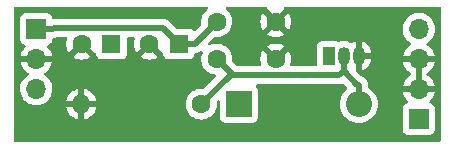
<source format=gbr>
%TF.GenerationSoftware,KiCad,Pcbnew,6.0.2+dfsg-1*%
%TF.CreationDate,2023-05-13T15:52:15+02:00*%
%TF.ProjectId,LittleJimmy,4c697474-6c65-44a6-996d-6d792e6b6963,0.1*%
%TF.SameCoordinates,Original*%
%TF.FileFunction,Copper,L1,Top*%
%TF.FilePolarity,Positive*%
%FSLAX46Y46*%
G04 Gerber Fmt 4.6, Leading zero omitted, Abs format (unit mm)*
G04 Created by KiCad (PCBNEW 6.0.2+dfsg-1) date 2023-05-13 15:52:15*
%MOMM*%
%LPD*%
G01*
G04 APERTURE LIST*
%TA.AperFunction,ComponentPad*%
%ADD10R,1.050000X1.500000*%
%TD*%
%TA.AperFunction,ComponentPad*%
%ADD11O,1.050000X1.500000*%
%TD*%
%TA.AperFunction,ComponentPad*%
%ADD12R,1.600000X1.600000*%
%TD*%
%TA.AperFunction,ComponentPad*%
%ADD13C,1.600000*%
%TD*%
%TA.AperFunction,ComponentPad*%
%ADD14R,1.700000X1.700000*%
%TD*%
%TA.AperFunction,ComponentPad*%
%ADD15O,1.700000X1.700000*%
%TD*%
%TA.AperFunction,ComponentPad*%
%ADD16R,2.200000X2.200000*%
%TD*%
%TA.AperFunction,ComponentPad*%
%ADD17O,2.200000X2.200000*%
%TD*%
%TA.AperFunction,ComponentPad*%
%ADD18O,1.600000X1.600000*%
%TD*%
%TA.AperFunction,Conductor*%
%ADD19C,0.500000*%
%TD*%
G04 APERTURE END LIST*
D10*
%TO.P,Q1,1,A*%
%TO.N,+5V*%
X76200000Y-33380000D03*
D11*
%TO.P,Q1,2,G*%
%TO.N,Net-(C4-Pad1)*%
X77470000Y-33380000D03*
%TO.P,Q1,3,K*%
%TO.N,GND*%
X78740000Y-33380000D03*
%TD*%
D12*
%TO.P,C1,1*%
%TO.N,VCC*%
X57785000Y-32385000D03*
D13*
%TO.P,C1,2*%
%TO.N,GND*%
X55285000Y-32385000D03*
%TD*%
%TO.P,C3,1*%
%TO.N,+5V*%
X66715000Y-30480000D03*
%TO.P,C3,2*%
%TO.N,GND*%
X71715000Y-30480000D03*
%TD*%
D14*
%TO.P,J1,1,Pin_1*%
%TO.N,+5V*%
X51435000Y-31115000D03*
D15*
%TO.P,J1,2,Pin_2*%
%TO.N,GND*%
X51435000Y-33655000D03*
%TO.P,J1,3,Pin_3*%
%TO.N,VCC*%
X51435000Y-36195000D03*
%TD*%
D13*
%TO.P,C4,1*%
%TO.N,Net-(C4-Pad1)*%
X66715000Y-33655000D03*
%TO.P,C4,2*%
%TO.N,GND*%
X71715000Y-33655000D03*
%TD*%
D16*
%TO.P,D1,1,K*%
%TO.N,+5V*%
X68580000Y-37465000D03*
D17*
%TO.P,D1,2,A*%
%TO.N,Net-(C4-Pad1)*%
X78740000Y-37465000D03*
%TD*%
D13*
%TO.P,R1,1*%
%TO.N,Net-(C4-Pad1)*%
X65405000Y-37465000D03*
D18*
%TO.P,R1,2*%
%TO.N,GND*%
X55245000Y-37465000D03*
%TD*%
D12*
%TO.P,C2,1*%
%TO.N,+5V*%
X63500000Y-32385000D03*
D13*
%TO.P,C2,2*%
%TO.N,GND*%
X61000000Y-32385000D03*
%TD*%
D14*
%TO.P,J2,1,Pin_1*%
%TO.N,+5V*%
X83820000Y-38735000D03*
D15*
%TO.P,J2,2,Pin_2*%
%TO.N,GND*%
X83820000Y-36195000D03*
%TO.P,J2,3,Pin_3*%
X83820000Y-33655000D03*
%TO.P,J2,4,Pin_4*%
%TO.N,VCC*%
X83820000Y-31115000D03*
%TD*%
D19*
%TO.N,+5V*%
X62148400Y-31033400D02*
X63500000Y-32385000D01*
X64850100Y-32344900D02*
X66715000Y-30480000D01*
X51435000Y-31115000D02*
X52835100Y-31115000D01*
X63500000Y-32385000D02*
X64850100Y-32385000D01*
X52835100Y-31115000D02*
X52916700Y-31033400D01*
X64850100Y-32385000D02*
X64850100Y-32344900D01*
X52916700Y-31033400D02*
X62148400Y-31033400D01*
%TO.N,Net-(C4-Pad1)*%
X67965000Y-34905000D02*
X65405000Y-37465000D01*
X67965000Y-34905000D02*
X68105300Y-35045300D01*
X68105300Y-35045300D02*
X77104800Y-35045300D01*
X66715000Y-33655000D02*
X67965000Y-34905000D01*
X77104800Y-35045300D02*
X77470000Y-34680100D01*
X78604800Y-35814900D02*
X77470000Y-34680100D01*
X78740000Y-37465000D02*
X78740000Y-35814900D01*
X77470000Y-33380000D02*
X77470000Y-34680100D01*
X78740000Y-35814900D02*
X78604800Y-35814900D01*
%TD*%
%TA.AperFunction,Conductor*%
%TO.N,GND*%
G36*
X65915948Y-29230002D02*
G01*
X65962441Y-29283658D01*
X65972545Y-29353932D01*
X65943051Y-29418512D01*
X65920098Y-29439213D01*
X65875211Y-29470643D01*
X65875208Y-29470645D01*
X65870700Y-29473802D01*
X65708802Y-29635700D01*
X65577477Y-29823251D01*
X65575154Y-29828233D01*
X65575151Y-29828238D01*
X65489878Y-30011109D01*
X65480716Y-30030757D01*
X65479294Y-30036065D01*
X65479293Y-30036067D01*
X65443416Y-30169961D01*
X65421457Y-30251913D01*
X65401502Y-30480000D01*
X65401981Y-30485475D01*
X65415755Y-30642913D01*
X65401766Y-30712518D01*
X65379329Y-30742990D01*
X64867691Y-31254628D01*
X64805379Y-31288654D01*
X64734564Y-31283589D01*
X64677771Y-31241100D01*
X64663261Y-31221739D01*
X64546705Y-31134385D01*
X64410316Y-31083255D01*
X64348134Y-31076500D01*
X63316371Y-31076500D01*
X63248250Y-31056498D01*
X63227276Y-31039595D01*
X62732170Y-30544489D01*
X62719784Y-30530077D01*
X62711251Y-30518482D01*
X62711246Y-30518477D01*
X62706908Y-30512582D01*
X62701330Y-30507843D01*
X62701327Y-30507840D01*
X62666632Y-30478365D01*
X62659116Y-30471435D01*
X62653421Y-30465740D01*
X62647280Y-30460882D01*
X62631149Y-30448119D01*
X62627745Y-30445328D01*
X62577697Y-30402809D01*
X62577695Y-30402808D01*
X62572115Y-30398067D01*
X62565599Y-30394739D01*
X62560550Y-30391372D01*
X62555421Y-30388205D01*
X62549684Y-30383666D01*
X62483525Y-30352745D01*
X62479625Y-30350839D01*
X62414592Y-30317631D01*
X62407484Y-30315892D01*
X62401841Y-30313793D01*
X62396078Y-30311876D01*
X62389450Y-30308778D01*
X62317983Y-30293913D01*
X62313699Y-30292943D01*
X62291933Y-30287617D01*
X62242790Y-30275592D01*
X62237188Y-30275244D01*
X62237185Y-30275244D01*
X62231636Y-30274900D01*
X62231638Y-30274864D01*
X62227645Y-30274625D01*
X62223453Y-30274251D01*
X62216285Y-30272760D01*
X62150075Y-30274551D01*
X62138879Y-30274854D01*
X62135472Y-30274900D01*
X52983770Y-30274900D01*
X52964820Y-30273467D01*
X52950585Y-30271301D01*
X52950581Y-30271301D01*
X52943351Y-30270201D01*
X52936058Y-30270794D01*
X52936053Y-30270794D01*
X52922786Y-30271873D01*
X52853268Y-30257458D01*
X52802580Y-30207747D01*
X52790523Y-30169961D01*
X52789425Y-30170222D01*
X52787598Y-30162540D01*
X52786745Y-30154684D01*
X52735615Y-30018295D01*
X52648261Y-29901739D01*
X52531705Y-29814385D01*
X52395316Y-29763255D01*
X52333134Y-29756500D01*
X50536866Y-29756500D01*
X50474684Y-29763255D01*
X50338295Y-29814385D01*
X50221739Y-29901739D01*
X50134385Y-30018295D01*
X50083255Y-30154684D01*
X50076500Y-30216866D01*
X50076500Y-32013134D01*
X50083255Y-32075316D01*
X50134385Y-32211705D01*
X50221739Y-32328261D01*
X50338295Y-32415615D01*
X50346704Y-32418767D01*
X50346705Y-32418768D01*
X50455960Y-32459726D01*
X50512725Y-32502367D01*
X50537425Y-32568929D01*
X50522218Y-32638278D01*
X50502825Y-32664759D01*
X50379590Y-32793717D01*
X50373104Y-32801727D01*
X50253098Y-32977649D01*
X50248000Y-32986623D01*
X50158338Y-33179783D01*
X50154775Y-33189470D01*
X50099389Y-33389183D01*
X50100912Y-33397607D01*
X50113292Y-33401000D01*
X52753344Y-33401000D01*
X52766875Y-33397027D01*
X52768180Y-33387947D01*
X52726214Y-33220875D01*
X52722894Y-33211124D01*
X52637972Y-33015814D01*
X52633105Y-33006739D01*
X52517426Y-32827926D01*
X52511136Y-32819757D01*
X52367293Y-32661677D01*
X52336241Y-32597831D01*
X52344635Y-32527333D01*
X52389812Y-32472564D01*
X52416256Y-32458895D01*
X52511896Y-32423041D01*
X52531705Y-32415615D01*
X52648261Y-32328261D01*
X52735615Y-32211705D01*
X52786745Y-32075316D01*
X52793500Y-32013134D01*
X52793500Y-31995677D01*
X52813502Y-31927556D01*
X52867158Y-31881063D01*
X52904923Y-31870524D01*
X52907655Y-31870205D01*
X52911982Y-31869778D01*
X52977439Y-31864454D01*
X52977442Y-31864453D01*
X52984737Y-31863860D01*
X52991701Y-31861604D01*
X52997660Y-31860413D01*
X53003515Y-31859029D01*
X53010781Y-31858182D01*
X53079427Y-31833265D01*
X53083555Y-31831848D01*
X53146036Y-31811607D01*
X53146038Y-31811606D01*
X53152999Y-31809351D01*
X53159256Y-31805554D01*
X53164096Y-31803338D01*
X53216550Y-31791900D01*
X53925573Y-31791900D01*
X53993694Y-31811902D01*
X54040187Y-31865558D01*
X54050291Y-31935832D01*
X54047280Y-31950511D01*
X53993375Y-32151688D01*
X53991472Y-32162481D01*
X53972483Y-32379525D01*
X53972483Y-32390475D01*
X53991472Y-32607519D01*
X53993375Y-32618312D01*
X54049764Y-32828761D01*
X54053510Y-32839053D01*
X54145586Y-33036511D01*
X54151069Y-33046006D01*
X54187509Y-33098048D01*
X54197988Y-33106424D01*
X54211434Y-33099356D01*
X55195905Y-32114885D01*
X55258217Y-32080859D01*
X55329032Y-32085924D01*
X55374095Y-32114885D01*
X56359287Y-33100077D01*
X56401029Y-33122871D01*
X56411029Y-33125047D01*
X56461227Y-33175253D01*
X56476451Y-33228814D01*
X56476500Y-33229717D01*
X56476500Y-33233134D01*
X56483255Y-33295316D01*
X56534385Y-33431705D01*
X56621739Y-33548261D01*
X56738295Y-33635615D01*
X56874684Y-33686745D01*
X56936866Y-33693500D01*
X58633134Y-33693500D01*
X58695316Y-33686745D01*
X58831705Y-33635615D01*
X58948261Y-33548261D01*
X59006119Y-33471062D01*
X60278493Y-33471062D01*
X60287789Y-33483077D01*
X60338994Y-33518931D01*
X60348489Y-33524414D01*
X60545947Y-33616490D01*
X60556239Y-33620236D01*
X60766688Y-33676625D01*
X60777481Y-33678528D01*
X60994525Y-33697517D01*
X61005475Y-33697517D01*
X61222519Y-33678528D01*
X61233312Y-33676625D01*
X61443761Y-33620236D01*
X61454053Y-33616490D01*
X61651511Y-33524414D01*
X61661006Y-33518931D01*
X61713048Y-33482491D01*
X61721424Y-33472012D01*
X61714356Y-33458566D01*
X61012812Y-32757022D01*
X60998868Y-32749408D01*
X60997035Y-32749539D01*
X60990420Y-32753790D01*
X60284923Y-33459287D01*
X60278493Y-33471062D01*
X59006119Y-33471062D01*
X59035615Y-33431705D01*
X59086745Y-33295316D01*
X59093500Y-33233134D01*
X59093500Y-31917900D01*
X59113502Y-31849779D01*
X59167158Y-31803286D01*
X59219500Y-31791900D01*
X59640573Y-31791900D01*
X59708694Y-31811902D01*
X59755187Y-31865558D01*
X59765291Y-31935832D01*
X59762280Y-31950511D01*
X59708375Y-32151688D01*
X59706472Y-32162481D01*
X59687483Y-32379525D01*
X59687483Y-32390475D01*
X59706472Y-32607519D01*
X59708375Y-32618312D01*
X59764764Y-32828761D01*
X59768510Y-32839053D01*
X59860586Y-33036511D01*
X59866069Y-33046006D01*
X59902509Y-33098048D01*
X59912988Y-33106424D01*
X59926434Y-33099356D01*
X60910905Y-32114885D01*
X60973217Y-32080859D01*
X61044032Y-32085924D01*
X61089095Y-32114885D01*
X62074287Y-33100077D01*
X62116029Y-33122871D01*
X62126029Y-33125047D01*
X62176227Y-33175253D01*
X62191451Y-33228814D01*
X62191500Y-33229717D01*
X62191500Y-33233134D01*
X62198255Y-33295316D01*
X62249385Y-33431705D01*
X62336739Y-33548261D01*
X62453295Y-33635615D01*
X62589684Y-33686745D01*
X62651866Y-33693500D01*
X64348134Y-33693500D01*
X64410316Y-33686745D01*
X64546705Y-33635615D01*
X64663261Y-33548261D01*
X64750615Y-33431705D01*
X64801745Y-33295316D01*
X64802598Y-33287464D01*
X64802599Y-33287460D01*
X64806134Y-33254913D01*
X64833375Y-33189351D01*
X64891738Y-33148924D01*
X64910055Y-33144341D01*
X64954984Y-33136621D01*
X64961710Y-33135652D01*
X64982635Y-33133212D01*
X65018511Y-33129030D01*
X65018514Y-33129029D01*
X65025781Y-33128182D01*
X65034707Y-33124942D01*
X65056358Y-33119201D01*
X65065714Y-33117594D01*
X65125096Y-33092327D01*
X65131389Y-33089848D01*
X65192037Y-33067833D01*
X65198839Y-33063374D01*
X65199978Y-33062627D01*
X65219715Y-33052067D01*
X65221723Y-33051213D01*
X65221735Y-33051206D01*
X65228464Y-33048343D01*
X65234356Y-33044007D01*
X65234361Y-33044004D01*
X65280432Y-33010100D01*
X65286028Y-33006211D01*
X65329945Y-32977417D01*
X65397880Y-32956793D01*
X65466181Y-32976172D01*
X65513162Y-33029401D01*
X65523907Y-33099580D01*
X65513226Y-33136037D01*
X65483041Y-33200770D01*
X65480716Y-33205757D01*
X65479294Y-33211065D01*
X65479293Y-33211067D01*
X65428400Y-33401000D01*
X65421457Y-33426913D01*
X65401502Y-33655000D01*
X65421457Y-33883087D01*
X65422881Y-33888400D01*
X65422881Y-33888402D01*
X65457958Y-34019308D01*
X65480716Y-34104243D01*
X65483039Y-34109224D01*
X65483039Y-34109225D01*
X65575151Y-34306762D01*
X65575154Y-34306767D01*
X65577477Y-34311749D01*
X65708802Y-34499300D01*
X65870700Y-34661198D01*
X65875208Y-34664355D01*
X65875211Y-34664357D01*
X65953389Y-34719098D01*
X66058251Y-34792523D01*
X66063233Y-34794846D01*
X66063238Y-34794849D01*
X66260775Y-34886961D01*
X66265757Y-34889284D01*
X66271065Y-34890706D01*
X66271067Y-34890707D01*
X66481598Y-34947119D01*
X66481600Y-34947119D01*
X66486913Y-34948543D01*
X66533668Y-34952633D01*
X66550485Y-34954105D01*
X66616603Y-34979969D01*
X66658243Y-35037472D01*
X66662183Y-35108360D01*
X66628598Y-35168721D01*
X65667990Y-36129329D01*
X65605678Y-36163355D01*
X65567913Y-36165755D01*
X65410475Y-36151981D01*
X65405000Y-36151502D01*
X65176913Y-36171457D01*
X65171600Y-36172881D01*
X65171598Y-36172881D01*
X64961067Y-36229293D01*
X64961065Y-36229294D01*
X64955757Y-36230716D01*
X64950776Y-36233039D01*
X64950775Y-36233039D01*
X64753238Y-36325151D01*
X64753233Y-36325154D01*
X64748251Y-36327477D01*
X64673888Y-36379547D01*
X64565211Y-36455643D01*
X64565208Y-36455645D01*
X64560700Y-36458802D01*
X64398802Y-36620700D01*
X64267477Y-36808251D01*
X64265154Y-36813233D01*
X64265151Y-36813238D01*
X64176339Y-37003699D01*
X64170716Y-37015757D01*
X64169294Y-37021065D01*
X64169293Y-37021067D01*
X64121756Y-37198478D01*
X64111457Y-37236913D01*
X64091502Y-37465000D01*
X64111457Y-37693087D01*
X64112881Y-37698400D01*
X64112881Y-37698402D01*
X64149073Y-37833469D01*
X64170716Y-37914243D01*
X64173039Y-37919224D01*
X64173039Y-37919225D01*
X64265151Y-38116762D01*
X64265154Y-38116767D01*
X64267477Y-38121749D01*
X64398802Y-38309300D01*
X64560700Y-38471198D01*
X64565208Y-38474355D01*
X64565211Y-38474357D01*
X64643389Y-38529098D01*
X64748251Y-38602523D01*
X64753233Y-38604846D01*
X64753238Y-38604849D01*
X64904357Y-38675316D01*
X64955757Y-38699284D01*
X64961065Y-38700706D01*
X64961067Y-38700707D01*
X65171598Y-38757119D01*
X65171600Y-38757119D01*
X65176913Y-38758543D01*
X65405000Y-38778498D01*
X65633087Y-38758543D01*
X65638400Y-38757119D01*
X65638402Y-38757119D01*
X65848933Y-38700707D01*
X65848935Y-38700706D01*
X65854243Y-38699284D01*
X65905643Y-38675316D01*
X66056762Y-38604849D01*
X66056767Y-38604846D01*
X66061749Y-38602523D01*
X66166611Y-38529098D01*
X66244789Y-38474357D01*
X66244792Y-38474355D01*
X66249300Y-38471198D01*
X66411198Y-38309300D01*
X66542523Y-38121749D01*
X66544846Y-38116767D01*
X66544849Y-38116762D01*
X66636961Y-37919225D01*
X66636961Y-37919224D01*
X66639284Y-37914243D01*
X66660928Y-37833469D01*
X66697119Y-37698402D01*
X66697119Y-37698400D01*
X66698543Y-37693087D01*
X66718498Y-37465000D01*
X66715102Y-37426181D01*
X66704245Y-37302087D01*
X66718234Y-37232482D01*
X66740671Y-37202010D01*
X66756405Y-37186276D01*
X66818717Y-37152250D01*
X66889532Y-37157315D01*
X66946368Y-37199862D01*
X66971179Y-37266382D01*
X66971500Y-37275371D01*
X66971500Y-38613134D01*
X66978255Y-38675316D01*
X67029385Y-38811705D01*
X67116739Y-38928261D01*
X67233295Y-39015615D01*
X67369684Y-39066745D01*
X67431866Y-39073500D01*
X69728134Y-39073500D01*
X69790316Y-39066745D01*
X69926705Y-39015615D01*
X70043261Y-38928261D01*
X70130615Y-38811705D01*
X70181745Y-38675316D01*
X70188500Y-38613134D01*
X70188500Y-36316866D01*
X70181745Y-36254684D01*
X70130615Y-36118295D01*
X70125229Y-36111108D01*
X70045979Y-36005365D01*
X70021131Y-35938858D01*
X70036184Y-35869476D01*
X70086358Y-35819246D01*
X70146805Y-35803800D01*
X77037730Y-35803800D01*
X77056680Y-35805233D01*
X77070915Y-35807399D01*
X77070919Y-35807399D01*
X77078149Y-35808499D01*
X77085441Y-35807906D01*
X77085444Y-35807906D01*
X77130818Y-35804215D01*
X77141033Y-35803800D01*
X77149093Y-35803800D01*
X77162383Y-35802251D01*
X77177307Y-35800511D01*
X77181682Y-35800078D01*
X77247139Y-35794754D01*
X77247142Y-35794753D01*
X77254437Y-35794160D01*
X77261401Y-35791904D01*
X77267360Y-35790713D01*
X77273215Y-35789329D01*
X77280481Y-35788482D01*
X77349127Y-35763565D01*
X77353259Y-35762147D01*
X77375132Y-35755062D01*
X77446101Y-35753099D01*
X77503054Y-35785835D01*
X77741230Y-36024011D01*
X77775256Y-36086323D01*
X77770191Y-36157138D01*
X77733966Y-36208916D01*
X77599102Y-36324102D01*
X77434672Y-36516624D01*
X77302384Y-36732498D01*
X77300491Y-36737068D01*
X77300489Y-36737072D01*
X77207389Y-36961836D01*
X77205495Y-36966409D01*
X77193648Y-37015757D01*
X77147591Y-37207599D01*
X77146391Y-37212597D01*
X77126526Y-37465000D01*
X77146391Y-37717403D01*
X77147545Y-37722210D01*
X77147546Y-37722216D01*
X77160143Y-37774684D01*
X77205495Y-37963591D01*
X77302384Y-38197502D01*
X77434672Y-38413376D01*
X77599102Y-38605898D01*
X77791624Y-38770328D01*
X78007498Y-38902616D01*
X78012068Y-38904509D01*
X78012072Y-38904511D01*
X78082401Y-38933642D01*
X78241409Y-38999505D01*
X78308513Y-39015615D01*
X78482784Y-39057454D01*
X78482790Y-39057455D01*
X78487597Y-39058609D01*
X78740000Y-39078474D01*
X78992403Y-39058609D01*
X78997210Y-39057455D01*
X78997216Y-39057454D01*
X79171487Y-39015615D01*
X79238591Y-38999505D01*
X79397599Y-38933642D01*
X79467928Y-38904511D01*
X79467932Y-38904509D01*
X79472502Y-38902616D01*
X79688376Y-38770328D01*
X79880898Y-38605898D01*
X80045328Y-38413376D01*
X80177616Y-38197502D01*
X80274505Y-37963591D01*
X80319857Y-37774684D01*
X80332454Y-37722216D01*
X80332455Y-37722210D01*
X80333609Y-37717403D01*
X80353474Y-37465000D01*
X80333609Y-37212597D01*
X80332410Y-37207599D01*
X80286352Y-37015757D01*
X80274505Y-36966409D01*
X80272611Y-36961836D01*
X80179511Y-36737072D01*
X80179509Y-36737068D01*
X80177616Y-36732498D01*
X80045328Y-36516624D01*
X79880898Y-36324102D01*
X79688376Y-36159672D01*
X79558665Y-36080185D01*
X79511034Y-36027537D01*
X79498500Y-35972752D01*
X79498500Y-35929183D01*
X82484389Y-35929183D01*
X82485912Y-35937607D01*
X82498292Y-35941000D01*
X83547885Y-35941000D01*
X83563124Y-35936525D01*
X83564329Y-35935135D01*
X83566000Y-35927452D01*
X83566000Y-35922885D01*
X84074000Y-35922885D01*
X84078475Y-35938124D01*
X84079865Y-35939329D01*
X84087548Y-35941000D01*
X85138344Y-35941000D01*
X85151875Y-35937027D01*
X85153180Y-35927947D01*
X85111214Y-35760875D01*
X85107894Y-35751124D01*
X85022972Y-35555814D01*
X85018105Y-35546739D01*
X84902426Y-35367926D01*
X84896136Y-35359757D01*
X84752806Y-35202240D01*
X84745273Y-35195215D01*
X84578139Y-35063222D01*
X84569552Y-35057517D01*
X84532116Y-35036851D01*
X84482146Y-34986419D01*
X84467374Y-34916976D01*
X84492490Y-34850571D01*
X84519842Y-34823964D01*
X84695327Y-34698792D01*
X84703200Y-34692139D01*
X84854052Y-34541812D01*
X84860730Y-34533965D01*
X84985003Y-34361020D01*
X84990313Y-34352183D01*
X85084670Y-34161267D01*
X85088469Y-34151672D01*
X85150377Y-33947910D01*
X85152555Y-33937837D01*
X85153986Y-33926962D01*
X85151775Y-33912778D01*
X85138617Y-33909000D01*
X84092115Y-33909000D01*
X84076876Y-33913475D01*
X84075671Y-33914865D01*
X84074000Y-33922548D01*
X84074000Y-35922885D01*
X83566000Y-35922885D01*
X83566000Y-33927115D01*
X83561525Y-33911876D01*
X83560135Y-33910671D01*
X83552452Y-33909000D01*
X82503225Y-33909000D01*
X82489694Y-33912973D01*
X82488257Y-33922966D01*
X82518565Y-34057446D01*
X82521645Y-34067275D01*
X82601770Y-34264603D01*
X82606413Y-34273794D01*
X82717694Y-34455388D01*
X82723777Y-34463699D01*
X82863213Y-34624667D01*
X82870580Y-34631883D01*
X83034434Y-34767916D01*
X83042881Y-34773831D01*
X83112479Y-34814501D01*
X83161203Y-34866140D01*
X83174274Y-34935923D01*
X83147543Y-35001694D01*
X83107087Y-35035053D01*
X83098462Y-35039542D01*
X83089738Y-35045036D01*
X82919433Y-35172905D01*
X82911726Y-35179748D01*
X82764590Y-35333717D01*
X82758104Y-35341727D01*
X82638098Y-35517649D01*
X82633000Y-35526623D01*
X82543338Y-35719783D01*
X82539775Y-35729470D01*
X82484389Y-35929183D01*
X79498500Y-35929183D01*
X79498500Y-35842735D01*
X79498742Y-35834933D01*
X79500450Y-35807399D01*
X79502547Y-35773602D01*
X79491620Y-35710011D01*
X79490651Y-35703282D01*
X79484030Y-35646489D01*
X79484029Y-35646486D01*
X79483182Y-35639219D01*
X79479942Y-35630293D01*
X79474201Y-35608642D01*
X79472594Y-35599286D01*
X79447327Y-35539904D01*
X79444848Y-35533611D01*
X79422833Y-35472963D01*
X79417627Y-35465022D01*
X79407067Y-35445285D01*
X79406213Y-35443277D01*
X79406206Y-35443265D01*
X79403343Y-35436536D01*
X79399007Y-35430644D01*
X79399004Y-35430639D01*
X79365100Y-35384568D01*
X79361210Y-35378972D01*
X79336791Y-35341727D01*
X79325856Y-35325048D01*
X79318961Y-35318516D01*
X79304139Y-35301734D01*
X79298508Y-35294082D01*
X79292935Y-35289347D01*
X79292928Y-35289340D01*
X79249351Y-35252319D01*
X79244277Y-35247767D01*
X79202766Y-35208443D01*
X79202765Y-35208442D01*
X79197453Y-35203410D01*
X79191126Y-35199735D01*
X79191117Y-35199728D01*
X79189232Y-35198633D01*
X79170953Y-35185715D01*
X79169294Y-35184306D01*
X79169291Y-35184304D01*
X79163715Y-35179567D01*
X79157201Y-35176241D01*
X79157197Y-35176238D01*
X79106264Y-35150230D01*
X79100281Y-35146968D01*
X79050841Y-35118251D01*
X79050839Y-35118250D01*
X79044510Y-35114574D01*
X79037506Y-35112453D01*
X79037502Y-35112451D01*
X79035425Y-35111822D01*
X79014649Y-35103449D01*
X79006192Y-35099131D01*
X78981528Y-35093096D01*
X78922383Y-35059802D01*
X78522905Y-34660324D01*
X78488879Y-34598012D01*
X78487909Y-34588986D01*
X78994000Y-34588986D01*
X78997973Y-34602517D01*
X79005768Y-34603637D01*
X79122932Y-34569154D01*
X79134300Y-34564561D01*
X79302911Y-34476414D01*
X79313173Y-34469698D01*
X79461443Y-34350485D01*
X79470213Y-34341897D01*
X79592499Y-34196162D01*
X79599437Y-34186031D01*
X79691094Y-34019308D01*
X79695924Y-34008038D01*
X79753452Y-33826685D01*
X79756002Y-33814691D01*
X79772607Y-33666650D01*
X79773000Y-33659626D01*
X79773000Y-33652115D01*
X79768525Y-33636876D01*
X79767135Y-33635671D01*
X79759452Y-33634000D01*
X79012115Y-33634000D01*
X78996876Y-33638475D01*
X78995671Y-33639865D01*
X78994000Y-33647548D01*
X78994000Y-34588986D01*
X78487909Y-34588986D01*
X78486000Y-34571229D01*
X78486000Y-33826242D01*
X78486785Y-33812197D01*
X78503500Y-33663183D01*
X78503500Y-33107885D01*
X78994000Y-33107885D01*
X78998475Y-33123124D01*
X78999865Y-33124329D01*
X79007548Y-33126000D01*
X79754885Y-33126000D01*
X79770124Y-33121525D01*
X79771329Y-33120135D01*
X79773000Y-33112452D01*
X79773000Y-33107110D01*
X79772700Y-33100965D01*
X79758830Y-32959519D01*
X79756447Y-32947481D01*
X79701458Y-32765349D01*
X79696783Y-32754007D01*
X79607465Y-32586023D01*
X79600678Y-32575807D01*
X79480428Y-32428366D01*
X79471784Y-32419662D01*
X79325191Y-32298390D01*
X79315020Y-32291530D01*
X79147658Y-32201038D01*
X79136353Y-32196286D01*
X79011308Y-32157578D01*
X78997205Y-32157372D01*
X78994000Y-32164127D01*
X78994000Y-33107885D01*
X78503500Y-33107885D01*
X78503500Y-33103996D01*
X78488723Y-32953287D01*
X78488032Y-32950998D01*
X78486000Y-32930276D01*
X78486000Y-32171014D01*
X78482027Y-32157483D01*
X78474232Y-32156363D01*
X78357068Y-32190846D01*
X78345700Y-32195439D01*
X78177093Y-32283584D01*
X78174017Y-32285597D01*
X78172178Y-32286154D01*
X78171630Y-32286440D01*
X78171576Y-32286336D01*
X78106064Y-32306161D01*
X78045094Y-32291001D01*
X78013502Y-32273919D01*
X77872435Y-32197644D01*
X77739078Y-32156363D01*
X77684707Y-32139532D01*
X77684704Y-32139531D01*
X77678820Y-32137710D01*
X77672695Y-32137066D01*
X77672694Y-32137066D01*
X77483378Y-32117168D01*
X77483377Y-32117168D01*
X77477250Y-32116524D01*
X77393986Y-32124102D01*
X77281543Y-32134335D01*
X77281540Y-32134336D01*
X77275404Y-32134894D01*
X77269498Y-32136632D01*
X77269494Y-32136633D01*
X77086879Y-32190380D01*
X77086877Y-32190381D01*
X77085493Y-32190788D01*
X77080971Y-32192119D01*
X77080718Y-32191260D01*
X77015338Y-32197714D01*
X76978594Y-32184548D01*
X76971705Y-32179385D01*
X76963304Y-32176236D01*
X76963301Y-32176234D01*
X76851534Y-32134335D01*
X76835316Y-32128255D01*
X76773134Y-32121500D01*
X75626866Y-32121500D01*
X75564684Y-32128255D01*
X75428295Y-32179385D01*
X75311739Y-32266739D01*
X75224385Y-32383295D01*
X75173255Y-32519684D01*
X75166500Y-32581866D01*
X75166500Y-34160800D01*
X75146498Y-34228921D01*
X75092842Y-34275414D01*
X75040500Y-34286800D01*
X73061386Y-34286800D01*
X72993265Y-34266798D01*
X72946772Y-34213142D01*
X72936668Y-34142868D01*
X72945143Y-34114421D01*
X72944607Y-34114226D01*
X72950236Y-34098761D01*
X73006625Y-33888312D01*
X73008528Y-33877519D01*
X73027517Y-33660475D01*
X73027517Y-33649525D01*
X73008528Y-33432481D01*
X73006625Y-33421688D01*
X72950236Y-33211239D01*
X72946490Y-33200947D01*
X72854414Y-33003489D01*
X72848931Y-32993994D01*
X72812491Y-32941952D01*
X72802012Y-32933576D01*
X72788566Y-32940644D01*
X71804095Y-33925115D01*
X71741783Y-33959141D01*
X71670968Y-33954076D01*
X71625905Y-33925115D01*
X70640713Y-32939923D01*
X70628938Y-32933493D01*
X70616923Y-32942789D01*
X70581069Y-32993994D01*
X70575586Y-33003489D01*
X70483510Y-33200947D01*
X70479764Y-33211239D01*
X70423375Y-33421688D01*
X70421472Y-33432481D01*
X70402483Y-33649525D01*
X70402483Y-33660475D01*
X70421472Y-33877519D01*
X70423375Y-33888312D01*
X70479764Y-34098761D01*
X70485393Y-34114226D01*
X70483907Y-34114767D01*
X70493469Y-34177750D01*
X70464485Y-34242561D01*
X70405062Y-34281413D01*
X70368614Y-34286800D01*
X68471671Y-34286800D01*
X68403550Y-34266798D01*
X68382576Y-34249895D01*
X68050671Y-33917990D01*
X68016645Y-33855678D01*
X68014245Y-33817913D01*
X68028019Y-33660475D01*
X68028498Y-33655000D01*
X68008543Y-33426913D01*
X68001600Y-33401000D01*
X67950707Y-33211067D01*
X67950706Y-33211065D01*
X67949284Y-33205757D01*
X67922783Y-33148924D01*
X67854849Y-33003238D01*
X67854846Y-33003233D01*
X67852523Y-32998251D01*
X67741051Y-32839053D01*
X67724357Y-32815211D01*
X67724355Y-32815208D01*
X67721198Y-32810700D01*
X67559300Y-32648802D01*
X67554792Y-32645645D01*
X67554789Y-32645643D01*
X67458854Y-32578469D01*
X67443886Y-32567988D01*
X70993576Y-32567988D01*
X71000644Y-32581434D01*
X71702188Y-33282978D01*
X71716132Y-33290592D01*
X71717965Y-33290461D01*
X71724580Y-33286210D01*
X72430077Y-32580713D01*
X72436507Y-32568938D01*
X72427211Y-32556923D01*
X72376006Y-32521069D01*
X72366511Y-32515586D01*
X72169053Y-32423510D01*
X72158761Y-32419764D01*
X71948312Y-32363375D01*
X71937519Y-32361472D01*
X71720475Y-32342483D01*
X71709525Y-32342483D01*
X71492481Y-32361472D01*
X71481688Y-32363375D01*
X71271239Y-32419764D01*
X71260947Y-32423510D01*
X71063489Y-32515586D01*
X71053994Y-32521069D01*
X71001952Y-32557509D01*
X70993576Y-32567988D01*
X67443886Y-32567988D01*
X67371749Y-32517477D01*
X67366767Y-32515154D01*
X67366762Y-32515151D01*
X67169225Y-32423039D01*
X67169224Y-32423039D01*
X67164243Y-32420716D01*
X67158935Y-32419294D01*
X67158933Y-32419293D01*
X66948402Y-32362881D01*
X66948400Y-32362881D01*
X66943087Y-32361457D01*
X66715000Y-32341502D01*
X66486913Y-32361457D01*
X66481600Y-32362881D01*
X66481598Y-32362881D01*
X66271067Y-32419293D01*
X66271065Y-32419294D01*
X66265757Y-32420716D01*
X66260775Y-32423039D01*
X66260770Y-32423041D01*
X66128680Y-32484635D01*
X66058489Y-32495296D01*
X65993676Y-32466316D01*
X65954820Y-32406896D01*
X65954257Y-32335901D01*
X65986336Y-32281345D01*
X66452010Y-31815671D01*
X66514322Y-31781645D01*
X66552087Y-31779245D01*
X66709525Y-31793019D01*
X66715000Y-31793498D01*
X66943087Y-31773543D01*
X66948400Y-31772119D01*
X66948402Y-31772119D01*
X67158933Y-31715707D01*
X67158935Y-31715706D01*
X67164243Y-31714284D01*
X67170235Y-31711490D01*
X67366762Y-31619849D01*
X67366767Y-31619846D01*
X67371749Y-31617523D01*
X67445243Y-31566062D01*
X70993493Y-31566062D01*
X71002789Y-31578077D01*
X71053994Y-31613931D01*
X71063489Y-31619414D01*
X71260947Y-31711490D01*
X71271239Y-31715236D01*
X71481688Y-31771625D01*
X71492481Y-31773528D01*
X71709525Y-31792517D01*
X71720475Y-31792517D01*
X71937519Y-31773528D01*
X71948312Y-31771625D01*
X72158761Y-31715236D01*
X72169053Y-31711490D01*
X72366511Y-31619414D01*
X72376006Y-31613931D01*
X72428048Y-31577491D01*
X72436424Y-31567012D01*
X72429356Y-31553566D01*
X71727812Y-30852022D01*
X71713868Y-30844408D01*
X71712035Y-30844539D01*
X71705420Y-30848790D01*
X70999923Y-31554287D01*
X70993493Y-31566062D01*
X67445243Y-31566062D01*
X67514459Y-31517596D01*
X67554789Y-31489357D01*
X67554792Y-31489355D01*
X67559300Y-31486198D01*
X67721198Y-31324300D01*
X67738531Y-31299547D01*
X67813688Y-31192211D01*
X67852523Y-31136749D01*
X67854846Y-31131767D01*
X67854849Y-31131762D01*
X67946961Y-30934225D01*
X67946961Y-30934224D01*
X67949284Y-30929243D01*
X67960512Y-30887342D01*
X68007119Y-30713402D01*
X68007119Y-30713400D01*
X68008543Y-30708087D01*
X68028019Y-30485475D01*
X70402483Y-30485475D01*
X70421472Y-30702519D01*
X70423375Y-30713312D01*
X70479764Y-30923761D01*
X70483510Y-30934053D01*
X70575586Y-31131511D01*
X70581069Y-31141006D01*
X70617509Y-31193048D01*
X70627988Y-31201424D01*
X70641434Y-31194356D01*
X71342978Y-30492812D01*
X71349356Y-30481132D01*
X72079408Y-30481132D01*
X72079539Y-30482965D01*
X72083790Y-30489580D01*
X72789287Y-31195077D01*
X72801062Y-31201507D01*
X72813077Y-31192211D01*
X72848931Y-31141006D01*
X72854414Y-31131511D01*
X72877644Y-31081695D01*
X82457251Y-31081695D01*
X82457548Y-31086848D01*
X82457548Y-31086851D01*
X82466442Y-31241099D01*
X82470110Y-31304715D01*
X82471247Y-31309761D01*
X82471248Y-31309767D01*
X82483154Y-31362595D01*
X82519222Y-31522639D01*
X82603266Y-31729616D01*
X82633679Y-31779245D01*
X82696073Y-31881063D01*
X82719987Y-31920088D01*
X82866250Y-32088938D01*
X83038126Y-32231632D01*
X83088996Y-32261358D01*
X83111955Y-32274774D01*
X83160679Y-32326412D01*
X83173750Y-32396195D01*
X83147019Y-32461967D01*
X83106562Y-32495327D01*
X83098457Y-32499546D01*
X83089738Y-32505036D01*
X82919433Y-32632905D01*
X82911726Y-32639748D01*
X82764590Y-32793717D01*
X82758104Y-32801727D01*
X82638098Y-32977649D01*
X82633000Y-32986623D01*
X82543338Y-33179783D01*
X82539775Y-33189470D01*
X82484389Y-33389183D01*
X82485912Y-33397607D01*
X82498292Y-33401000D01*
X85138344Y-33401000D01*
X85151875Y-33397027D01*
X85153180Y-33387947D01*
X85111214Y-33220875D01*
X85107894Y-33211124D01*
X85022972Y-33015814D01*
X85018105Y-33006739D01*
X84902426Y-32827926D01*
X84896136Y-32819757D01*
X84752806Y-32662240D01*
X84745273Y-32655215D01*
X84578139Y-32523222D01*
X84569556Y-32517520D01*
X84532602Y-32497120D01*
X84482631Y-32446687D01*
X84467859Y-32377245D01*
X84492975Y-32310839D01*
X84520327Y-32284232D01*
X84552395Y-32261358D01*
X84699860Y-32156173D01*
X84706877Y-32149181D01*
X84843400Y-32013134D01*
X84858096Y-31998489D01*
X84892572Y-31950511D01*
X84985435Y-31821277D01*
X84988453Y-31817077D01*
X84991157Y-31811607D01*
X85085136Y-31621453D01*
X85085137Y-31621451D01*
X85087430Y-31616811D01*
X85152370Y-31403069D01*
X85181529Y-31181590D01*
X85181611Y-31178240D01*
X85183074Y-31118365D01*
X85183074Y-31118361D01*
X85183156Y-31115000D01*
X85164852Y-30892361D01*
X85110431Y-30675702D01*
X85021354Y-30470840D01*
X84919756Y-30313793D01*
X84902822Y-30287617D01*
X84902820Y-30287614D01*
X84900014Y-30283277D01*
X84749670Y-30118051D01*
X84745619Y-30114852D01*
X84745615Y-30114848D01*
X84578414Y-29982800D01*
X84578410Y-29982798D01*
X84574359Y-29979598D01*
X84378789Y-29871638D01*
X84373920Y-29869914D01*
X84373916Y-29869912D01*
X84173087Y-29798795D01*
X84173083Y-29798794D01*
X84168212Y-29797069D01*
X84163119Y-29796162D01*
X84163116Y-29796161D01*
X83953373Y-29758800D01*
X83953367Y-29758799D01*
X83948284Y-29757894D01*
X83874452Y-29756992D01*
X83730081Y-29755228D01*
X83730079Y-29755228D01*
X83724911Y-29755165D01*
X83504091Y-29788955D01*
X83291756Y-29858357D01*
X83093607Y-29961507D01*
X83089474Y-29964610D01*
X83089471Y-29964612D01*
X82994302Y-30036067D01*
X82914965Y-30095635D01*
X82760629Y-30257138D01*
X82757715Y-30261410D01*
X82757714Y-30261411D01*
X82695393Y-30352771D01*
X82634743Y-30441680D01*
X82540688Y-30644305D01*
X82480989Y-30859570D01*
X82457251Y-31081695D01*
X72877644Y-31081695D01*
X72946490Y-30934053D01*
X72950236Y-30923761D01*
X73006625Y-30713312D01*
X73008528Y-30702519D01*
X73027517Y-30485475D01*
X73027517Y-30474525D01*
X73008528Y-30257481D01*
X73006625Y-30246688D01*
X72950236Y-30036239D01*
X72946490Y-30025947D01*
X72854414Y-29828489D01*
X72848931Y-29818994D01*
X72812491Y-29766952D01*
X72802012Y-29758576D01*
X72788566Y-29765644D01*
X72087022Y-30467188D01*
X72079408Y-30481132D01*
X71349356Y-30481132D01*
X71350592Y-30478868D01*
X71350461Y-30477035D01*
X71346210Y-30470420D01*
X70640713Y-29764923D01*
X70628938Y-29758493D01*
X70616923Y-29767789D01*
X70581069Y-29818994D01*
X70575586Y-29828489D01*
X70483510Y-30025947D01*
X70479764Y-30036239D01*
X70423375Y-30246688D01*
X70421472Y-30257481D01*
X70402483Y-30474525D01*
X70402483Y-30485475D01*
X68028019Y-30485475D01*
X68028498Y-30480000D01*
X68008543Y-30251913D01*
X67986584Y-30169961D01*
X67950707Y-30036067D01*
X67950706Y-30036065D01*
X67949284Y-30030757D01*
X67940122Y-30011109D01*
X67854849Y-29828238D01*
X67854846Y-29828233D01*
X67852523Y-29823251D01*
X67721198Y-29635700D01*
X67559300Y-29473802D01*
X67554792Y-29470645D01*
X67554789Y-29470643D01*
X67509902Y-29439213D01*
X67465574Y-29383756D01*
X67458265Y-29313136D01*
X67490296Y-29249776D01*
X67551497Y-29213791D01*
X67582173Y-29210000D01*
X70877822Y-29210000D01*
X70945943Y-29230002D01*
X70992436Y-29283658D01*
X71002540Y-29353932D01*
X70994308Y-29372947D01*
X70992455Y-29390854D01*
X71000644Y-29406434D01*
X71702188Y-30107978D01*
X71716132Y-30115592D01*
X71717965Y-30115461D01*
X71724580Y-30111210D01*
X72430077Y-29405713D01*
X72437691Y-29391769D01*
X72436506Y-29375200D01*
X72425468Y-29346981D01*
X72439458Y-29277376D01*
X72488857Y-29226384D01*
X72550989Y-29210000D01*
X85599000Y-29210000D01*
X85667121Y-29230002D01*
X85713614Y-29283658D01*
X85725000Y-29336000D01*
X85725000Y-40514000D01*
X85704998Y-40582121D01*
X85651342Y-40628614D01*
X85599000Y-40640000D01*
X49656000Y-40640000D01*
X49587879Y-40619998D01*
X49541386Y-40566342D01*
X49530000Y-40514000D01*
X49530000Y-39633134D01*
X82461500Y-39633134D01*
X82468255Y-39695316D01*
X82519385Y-39831705D01*
X82606739Y-39948261D01*
X82723295Y-40035615D01*
X82859684Y-40086745D01*
X82921866Y-40093500D01*
X84718134Y-40093500D01*
X84780316Y-40086745D01*
X84916705Y-40035615D01*
X85033261Y-39948261D01*
X85120615Y-39831705D01*
X85171745Y-39695316D01*
X85178500Y-39633134D01*
X85178500Y-37836866D01*
X85171745Y-37774684D01*
X85120615Y-37638295D01*
X85033261Y-37521739D01*
X84916705Y-37434385D01*
X84797687Y-37389767D01*
X84740923Y-37347125D01*
X84716223Y-37280564D01*
X84731430Y-37211215D01*
X84752977Y-37182535D01*
X84854052Y-37081812D01*
X84860730Y-37073965D01*
X84985003Y-36901020D01*
X84990313Y-36892183D01*
X85084670Y-36701267D01*
X85088469Y-36691672D01*
X85150377Y-36487910D01*
X85152555Y-36477837D01*
X85153986Y-36466962D01*
X85151775Y-36452778D01*
X85138617Y-36449000D01*
X82503225Y-36449000D01*
X82489694Y-36452973D01*
X82488257Y-36462966D01*
X82518565Y-36597446D01*
X82521645Y-36607275D01*
X82601770Y-36804603D01*
X82606413Y-36813794D01*
X82717694Y-36995388D01*
X82723777Y-37003699D01*
X82863213Y-37164667D01*
X82870577Y-37171879D01*
X82875522Y-37175985D01*
X82915156Y-37234889D01*
X82916653Y-37305870D01*
X82879537Y-37366392D01*
X82839264Y-37390910D01*
X82731705Y-37431232D01*
X82731704Y-37431233D01*
X82723295Y-37434385D01*
X82606739Y-37521739D01*
X82519385Y-37638295D01*
X82468255Y-37774684D01*
X82461500Y-37836866D01*
X82461500Y-39633134D01*
X49530000Y-39633134D01*
X49530000Y-37731522D01*
X53962273Y-37731522D01*
X54009764Y-37908761D01*
X54013510Y-37919053D01*
X54105586Y-38116511D01*
X54111069Y-38126007D01*
X54236028Y-38304467D01*
X54243084Y-38312875D01*
X54397125Y-38466916D01*
X54405533Y-38473972D01*
X54583993Y-38598931D01*
X54593489Y-38604414D01*
X54790947Y-38696490D01*
X54801239Y-38700236D01*
X54973503Y-38746394D01*
X54987599Y-38746058D01*
X54991000Y-38738116D01*
X54991000Y-38732967D01*
X55499000Y-38732967D01*
X55502973Y-38746498D01*
X55511522Y-38747727D01*
X55688761Y-38700236D01*
X55699053Y-38696490D01*
X55896511Y-38604414D01*
X55906007Y-38598931D01*
X56084467Y-38473972D01*
X56092875Y-38466916D01*
X56246916Y-38312875D01*
X56253972Y-38304467D01*
X56378931Y-38126007D01*
X56384414Y-38116511D01*
X56476490Y-37919053D01*
X56480236Y-37908761D01*
X56526394Y-37736497D01*
X56526058Y-37722401D01*
X56518116Y-37719000D01*
X55517115Y-37719000D01*
X55501876Y-37723475D01*
X55500671Y-37724865D01*
X55499000Y-37732548D01*
X55499000Y-38732967D01*
X54991000Y-38732967D01*
X54991000Y-37737115D01*
X54986525Y-37721876D01*
X54985135Y-37720671D01*
X54977452Y-37719000D01*
X53977033Y-37719000D01*
X53963502Y-37722973D01*
X53962273Y-37731522D01*
X49530000Y-37731522D01*
X49530000Y-36161695D01*
X50072251Y-36161695D01*
X50072548Y-36166848D01*
X50072548Y-36166851D01*
X50078202Y-36264908D01*
X50085110Y-36384715D01*
X50086247Y-36389761D01*
X50086248Y-36389767D01*
X50101181Y-36456028D01*
X50134222Y-36602639D01*
X50218266Y-36809616D01*
X50220965Y-36814020D01*
X50314349Y-36966409D01*
X50334987Y-37000088D01*
X50481250Y-37168938D01*
X50653126Y-37311632D01*
X50846000Y-37424338D01*
X50850825Y-37426180D01*
X50850826Y-37426181D01*
X50864056Y-37431233D01*
X51054692Y-37504030D01*
X51059760Y-37505061D01*
X51059763Y-37505062D01*
X51141734Y-37521739D01*
X51273597Y-37548567D01*
X51278772Y-37548757D01*
X51278774Y-37548757D01*
X51491673Y-37556564D01*
X51491677Y-37556564D01*
X51496837Y-37556753D01*
X51501957Y-37556097D01*
X51501959Y-37556097D01*
X51713288Y-37529025D01*
X51713289Y-37529025D01*
X51718416Y-37528368D01*
X51723366Y-37526883D01*
X51927429Y-37465661D01*
X51927434Y-37465659D01*
X51932384Y-37464174D01*
X52132994Y-37365896D01*
X52314860Y-37236173D01*
X52339906Y-37211215D01*
X52357680Y-37193503D01*
X53963606Y-37193503D01*
X53963942Y-37207599D01*
X53971884Y-37211000D01*
X54972885Y-37211000D01*
X54988124Y-37206525D01*
X54989329Y-37205135D01*
X54991000Y-37197452D01*
X54991000Y-37192885D01*
X55499000Y-37192885D01*
X55503475Y-37208124D01*
X55504865Y-37209329D01*
X55512548Y-37211000D01*
X56512967Y-37211000D01*
X56526498Y-37207027D01*
X56527727Y-37198478D01*
X56480236Y-37021239D01*
X56476490Y-37010947D01*
X56384414Y-36813489D01*
X56378931Y-36803993D01*
X56253972Y-36625533D01*
X56246916Y-36617125D01*
X56092875Y-36463084D01*
X56084467Y-36456028D01*
X55906007Y-36331069D01*
X55896511Y-36325586D01*
X55699053Y-36233510D01*
X55688761Y-36229764D01*
X55516497Y-36183606D01*
X55502401Y-36183942D01*
X55499000Y-36191884D01*
X55499000Y-37192885D01*
X54991000Y-37192885D01*
X54991000Y-36197033D01*
X54987027Y-36183502D01*
X54978478Y-36182273D01*
X54801239Y-36229764D01*
X54790947Y-36233510D01*
X54593489Y-36325586D01*
X54583993Y-36331069D01*
X54405533Y-36456028D01*
X54397125Y-36463084D01*
X54243084Y-36617125D01*
X54236028Y-36625533D01*
X54111069Y-36803993D01*
X54105586Y-36813489D01*
X54013510Y-37010947D01*
X54009764Y-37021239D01*
X53963606Y-37193503D01*
X52357680Y-37193503D01*
X52469435Y-37082137D01*
X52473096Y-37078489D01*
X52532594Y-36995689D01*
X52600435Y-36901277D01*
X52603453Y-36897077D01*
X52647354Y-36808251D01*
X52700136Y-36701453D01*
X52700137Y-36701451D01*
X52702430Y-36696811D01*
X52767370Y-36483069D01*
X52796529Y-36261590D01*
X52797227Y-36233039D01*
X52798074Y-36198365D01*
X52798074Y-36198361D01*
X52798156Y-36195000D01*
X52779852Y-35972361D01*
X52725431Y-35755702D01*
X52636354Y-35550840D01*
X52566768Y-35443277D01*
X52517822Y-35367617D01*
X52517820Y-35367614D01*
X52515014Y-35363277D01*
X52364670Y-35198051D01*
X52360619Y-35194852D01*
X52360615Y-35194848D01*
X52193414Y-35062800D01*
X52193410Y-35062798D01*
X52189359Y-35059598D01*
X52147569Y-35036529D01*
X52097598Y-34986097D01*
X52082826Y-34916654D01*
X52107942Y-34850248D01*
X52135294Y-34823641D01*
X52310328Y-34698792D01*
X52318200Y-34692139D01*
X52469052Y-34541812D01*
X52475730Y-34533965D01*
X52600003Y-34361020D01*
X52605313Y-34352183D01*
X52699670Y-34161267D01*
X52703469Y-34151672D01*
X52765377Y-33947910D01*
X52767555Y-33937837D01*
X52768986Y-33926962D01*
X52766775Y-33912778D01*
X52753617Y-33909000D01*
X50118225Y-33909000D01*
X50104694Y-33912973D01*
X50103257Y-33922966D01*
X50133565Y-34057446D01*
X50136645Y-34067275D01*
X50216770Y-34264603D01*
X50221413Y-34273794D01*
X50332694Y-34455388D01*
X50338777Y-34463699D01*
X50478213Y-34624667D01*
X50485580Y-34631883D01*
X50649434Y-34767916D01*
X50657881Y-34773831D01*
X50726969Y-34814203D01*
X50775693Y-34865842D01*
X50788764Y-34935625D01*
X50762033Y-35001396D01*
X50721584Y-35034752D01*
X50708607Y-35041507D01*
X50704474Y-35044610D01*
X50704471Y-35044612D01*
X50534100Y-35172530D01*
X50529965Y-35175635D01*
X50526035Y-35179748D01*
X50393425Y-35318516D01*
X50375629Y-35337138D01*
X50372715Y-35341410D01*
X50372714Y-35341411D01*
X50360404Y-35359457D01*
X50249743Y-35521680D01*
X50234003Y-35555590D01*
X50162315Y-35710029D01*
X50155688Y-35724305D01*
X50095989Y-35939570D01*
X50072251Y-36161695D01*
X49530000Y-36161695D01*
X49530000Y-33471062D01*
X54563493Y-33471062D01*
X54572789Y-33483077D01*
X54623994Y-33518931D01*
X54633489Y-33524414D01*
X54830947Y-33616490D01*
X54841239Y-33620236D01*
X55051688Y-33676625D01*
X55062481Y-33678528D01*
X55279525Y-33697517D01*
X55290475Y-33697517D01*
X55507519Y-33678528D01*
X55518312Y-33676625D01*
X55728761Y-33620236D01*
X55739053Y-33616490D01*
X55936511Y-33524414D01*
X55946006Y-33518931D01*
X55998048Y-33482491D01*
X56006424Y-33472012D01*
X55999356Y-33458566D01*
X55297812Y-32757022D01*
X55283868Y-32749408D01*
X55282035Y-32749539D01*
X55275420Y-32753790D01*
X54569923Y-33459287D01*
X54563493Y-33471062D01*
X49530000Y-33471062D01*
X49530000Y-29336000D01*
X49550002Y-29267879D01*
X49603658Y-29221386D01*
X49656000Y-29210000D01*
X65847827Y-29210000D01*
X65915948Y-29230002D01*
G37*
%TD.AperFunction*%
%TD*%
M02*

</source>
